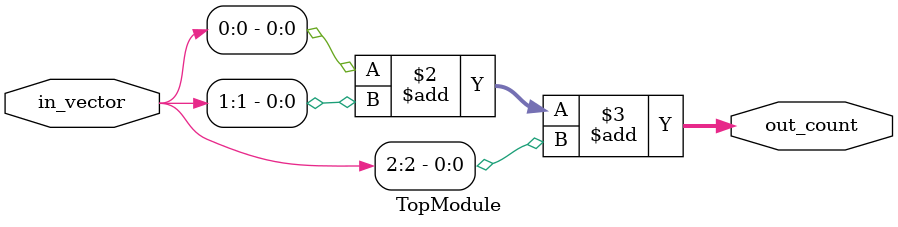
<source format=sv>
module TopModule (
    input logic [2:0] in_vector,
    output logic [1:0] out_count
);

    always @(*) begin
        out_count = in_vector[0] + in_vector[1] + in_vector[2];
    end

endmodule
</source>
